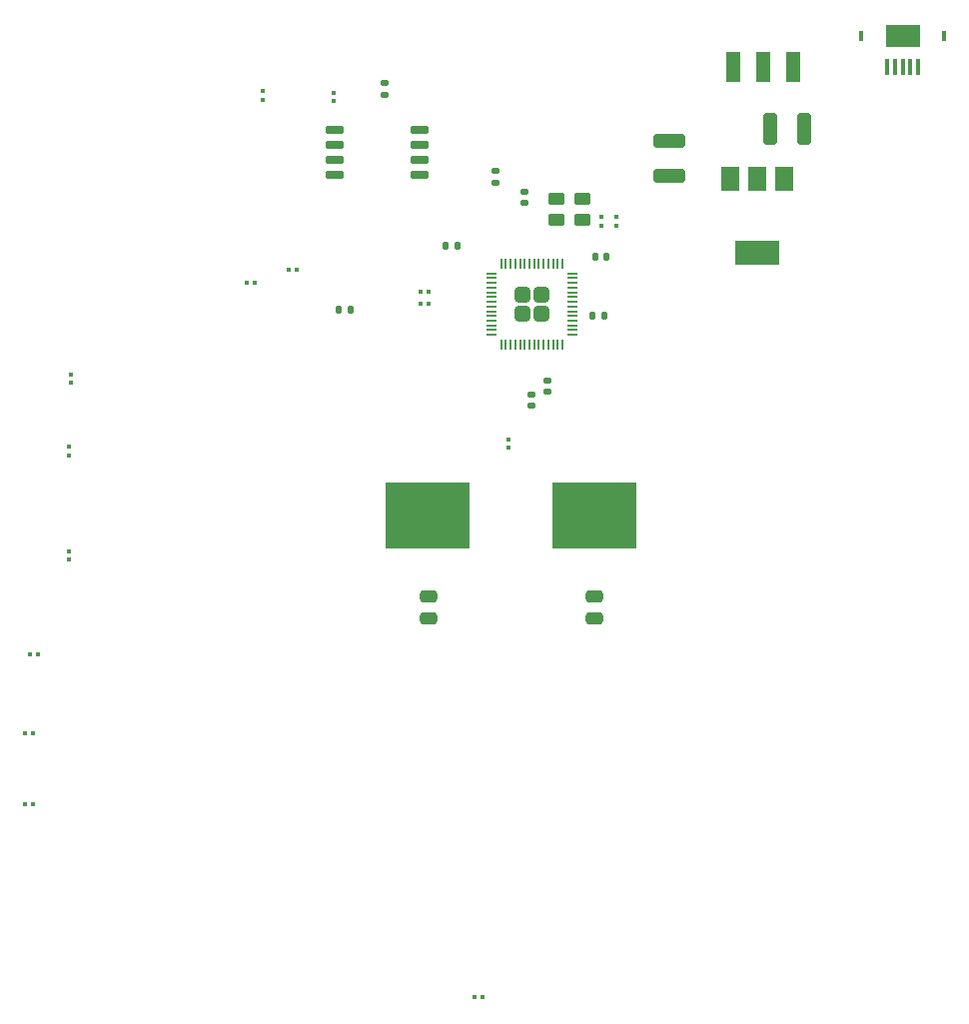
<source format=gbr>
%TF.GenerationSoftware,KiCad,Pcbnew,(6.0.7-1)-1*%
%TF.CreationDate,2022-10-11T16:14:11-05:00*%
%TF.ProjectId,Refill_Dispensary,52656669-6c6c-45f4-9469-7370656e7361,rev?*%
%TF.SameCoordinates,Original*%
%TF.FileFunction,Paste,Top*%
%TF.FilePolarity,Positive*%
%FSLAX46Y46*%
G04 Gerber Fmt 4.6, Leading zero omitted, Abs format (unit mm)*
G04 Created by KiCad (PCBNEW (6.0.7-1)-1) date 2022-10-11 16:14:11*
%MOMM*%
%LPD*%
G01*
G04 APERTURE LIST*
G04 Aperture macros list*
%AMRoundRect*
0 Rectangle with rounded corners*
0 $1 Rounding radius*
0 $2 $3 $4 $5 $6 $7 $8 $9 X,Y pos of 4 corners*
0 Add a 4 corners polygon primitive as box body*
4,1,4,$2,$3,$4,$5,$6,$7,$8,$9,$2,$3,0*
0 Add four circle primitives for the rounded corners*
1,1,$1+$1,$2,$3*
1,1,$1+$1,$4,$5*
1,1,$1+$1,$6,$7*
1,1,$1+$1,$8,$9*
0 Add four rect primitives between the rounded corners*
20,1,$1+$1,$2,$3,$4,$5,0*
20,1,$1+$1,$4,$5,$6,$7,0*
20,1,$1+$1,$6,$7,$8,$9,0*
20,1,$1+$1,$8,$9,$2,$3,0*%
G04 Aperture macros list end*
%ADD10R,7.175000X5.600000*%
%ADD11RoundRect,0.140000X-0.170000X0.140000X-0.170000X-0.140000X0.170000X-0.140000X0.170000X0.140000X0*%
%ADD12RoundRect,0.079500X0.079500X0.100500X-0.079500X0.100500X-0.079500X-0.100500X0.079500X-0.100500X0*%
%ADD13RoundRect,0.079500X-0.079500X-0.100500X0.079500X-0.100500X0.079500X0.100500X-0.079500X0.100500X0*%
%ADD14RoundRect,0.079500X-0.100500X0.079500X-0.100500X-0.079500X0.100500X-0.079500X0.100500X0.079500X0*%
%ADD15RoundRect,0.140000X-0.140000X-0.170000X0.140000X-0.170000X0.140000X0.170000X-0.140000X0.170000X0*%
%ADD16R,1.500000X2.000000*%
%ADD17R,3.800000X2.000000*%
%ADD18RoundRect,0.250000X0.475000X-0.250000X0.475000X0.250000X-0.475000X0.250000X-0.475000X-0.250000X0*%
%ADD19RoundRect,0.140000X0.170000X-0.140000X0.170000X0.140000X-0.170000X0.140000X-0.170000X-0.140000X0*%
%ADD20R,0.300000X0.850000*%
%ADD21R,0.400000X1.350000*%
%ADD22R,2.900000X1.900000*%
%ADD23RoundRect,0.079500X0.100500X-0.079500X0.100500X0.079500X-0.100500X0.079500X-0.100500X-0.079500X0*%
%ADD24RoundRect,0.249999X-0.395001X-0.395001X0.395001X-0.395001X0.395001X0.395001X-0.395001X0.395001X0*%
%ADD25RoundRect,0.050000X-0.387500X-0.050000X0.387500X-0.050000X0.387500X0.050000X-0.387500X0.050000X0*%
%ADD26RoundRect,0.050000X-0.050000X-0.387500X0.050000X-0.387500X0.050000X0.387500X-0.050000X0.387500X0*%
%ADD27RoundRect,0.250000X-0.450000X0.262500X-0.450000X-0.262500X0.450000X-0.262500X0.450000X0.262500X0*%
%ADD28R,1.250000X2.500000*%
%ADD29RoundRect,0.140000X0.140000X0.170000X-0.140000X0.170000X-0.140000X-0.170000X0.140000X-0.170000X0*%
%ADD30RoundRect,0.250000X-0.325000X-1.100000X0.325000X-1.100000X0.325000X1.100000X-0.325000X1.100000X0*%
%ADD31RoundRect,0.150000X-0.650000X-0.150000X0.650000X-0.150000X0.650000X0.150000X-0.650000X0.150000X0*%
%ADD32RoundRect,0.250000X-1.100000X0.325000X-1.100000X-0.325000X1.100000X-0.325000X1.100000X0.325000X0*%
G04 APERTURE END LIST*
D10*
%TO.C,Y1*%
X107647000Y-127381000D03*
X93472000Y-127381000D03*
%TD*%
D11*
%TO.C,C16*%
X101660000Y-100000000D03*
X101660000Y-100960000D03*
%TD*%
D12*
%TO.C,C14*%
X97465000Y-168270000D03*
X98155000Y-168270000D03*
%TD*%
D13*
%TO.C,R10*%
X93563000Y-108458000D03*
X92873000Y-108458000D03*
%TD*%
%TO.C,R13*%
X92873000Y-109474000D03*
X93563000Y-109474000D03*
%TD*%
D12*
%TO.C,R14*%
X81675000Y-106560000D03*
X82365000Y-106560000D03*
%TD*%
%TO.C,R16*%
X78125000Y-107710000D03*
X78815000Y-107710000D03*
%TD*%
D14*
%TO.C,R7*%
X79502000Y-92166000D03*
X79502000Y-91476000D03*
%TD*%
D15*
%TO.C,C15*%
X85950000Y-110020000D03*
X86910000Y-110020000D03*
%TD*%
D14*
%TO.C,R8*%
X85471000Y-91603000D03*
X85471000Y-92293000D03*
%TD*%
D12*
%TO.C,R1*%
X59747000Y-139175000D03*
X60437000Y-139175000D03*
%TD*%
D16*
%TO.C,U2*%
X123712000Y-98865500D03*
X121412000Y-98865500D03*
D17*
X121412000Y-105165500D03*
D16*
X119112000Y-98865500D03*
%TD*%
D12*
%TO.C,R2*%
X60037000Y-145868500D03*
X59347000Y-145868500D03*
%TD*%
%TO.C,R3*%
X60037000Y-151896000D03*
X59347000Y-151896000D03*
%TD*%
D18*
%TO.C,C6*%
X107647000Y-136139000D03*
X107647000Y-134239000D03*
%TD*%
D19*
%TO.C,C4*%
X89830000Y-91760000D03*
X89830000Y-90800000D03*
%TD*%
D18*
%TO.C,C5*%
X93550000Y-136139000D03*
X93550000Y-134239000D03*
%TD*%
D20*
%TO.C,J1*%
X137231000Y-86750500D03*
X130231000Y-86750500D03*
D21*
X132431000Y-89425500D03*
X133081000Y-89425500D03*
X133731000Y-89425500D03*
X134381000Y-89425500D03*
X135031000Y-89425500D03*
D22*
X133731000Y-86750500D03*
%TD*%
D23*
%TO.C,R11*%
X100330000Y-121666000D03*
X100330000Y-120976000D03*
%TD*%
D24*
%TO.C,U1*%
X101509500Y-110310000D03*
X103109500Y-108710000D03*
X101509500Y-108710000D03*
X103109500Y-110310000D03*
D25*
X98872000Y-106910000D03*
X98872000Y-107310000D03*
X98872000Y-107710000D03*
X98872000Y-108110000D03*
X98872000Y-108510000D03*
X98872000Y-108910000D03*
X98872000Y-109310000D03*
X98872000Y-109710000D03*
X98872000Y-110110000D03*
X98872000Y-110510000D03*
X98872000Y-110910000D03*
X98872000Y-111310000D03*
X98872000Y-111710000D03*
X98872000Y-112110000D03*
D26*
X99709500Y-112947500D03*
X100109500Y-112947500D03*
X100509500Y-112947500D03*
X100909500Y-112947500D03*
X101309500Y-112947500D03*
X101709500Y-112947500D03*
X102109500Y-112947500D03*
X102509500Y-112947500D03*
X102909500Y-112947500D03*
X103309500Y-112947500D03*
X103709500Y-112947500D03*
X104109500Y-112947500D03*
X104509500Y-112947500D03*
X104909500Y-112947500D03*
D25*
X105747000Y-112110000D03*
X105747000Y-111710000D03*
X105747000Y-111310000D03*
X105747000Y-110910000D03*
X105747000Y-110510000D03*
X105747000Y-110110000D03*
X105747000Y-109710000D03*
X105747000Y-109310000D03*
X105747000Y-108910000D03*
X105747000Y-108510000D03*
X105747000Y-108110000D03*
X105747000Y-107710000D03*
X105747000Y-107310000D03*
X105747000Y-106910000D03*
D26*
X104909500Y-106072500D03*
X104509500Y-106072500D03*
X104109500Y-106072500D03*
X103709500Y-106072500D03*
X103309500Y-106072500D03*
X102909500Y-106072500D03*
X102509500Y-106072500D03*
X102109500Y-106072500D03*
X101709500Y-106072500D03*
X101309500Y-106072500D03*
X100909500Y-106072500D03*
X100509500Y-106072500D03*
X100109500Y-106072500D03*
X99709500Y-106072500D03*
%TD*%
D27*
%TO.C,R9*%
X104394000Y-100560500D03*
X104394000Y-102385500D03*
%TD*%
D23*
%TO.C,C8*%
X108204000Y-102144000D03*
X108204000Y-102834000D03*
%TD*%
D28*
%TO.C,SW4*%
X124420000Y-89373500D03*
X121920000Y-89373500D03*
X119420000Y-89373500D03*
%TD*%
D19*
%TO.C,C11*%
X102270000Y-118120000D03*
X102270000Y-117160000D03*
%TD*%
D29*
%TO.C,C10*%
X108430000Y-110490000D03*
X107470000Y-110490000D03*
%TD*%
D23*
%TO.C,C12*%
X109474000Y-102834000D03*
X109474000Y-102144000D03*
%TD*%
D14*
%TO.C,R4*%
X63207500Y-116169000D03*
X63207500Y-115479000D03*
%TD*%
D15*
%TO.C,C13*%
X95010000Y-104560000D03*
X95970000Y-104560000D03*
%TD*%
D23*
%TO.C,R6*%
X63037500Y-130485000D03*
X63037500Y-131175000D03*
%TD*%
D30*
%TO.C,C2*%
X122477000Y-94649500D03*
X125427000Y-94649500D03*
%TD*%
D31*
%TO.C,U3*%
X85554000Y-94742000D03*
X85554000Y-96012000D03*
X85554000Y-97282000D03*
X85554000Y-98552000D03*
X92754000Y-98552000D03*
X92754000Y-97282000D03*
X92754000Y-96012000D03*
X92754000Y-94742000D03*
%TD*%
D27*
%TO.C,R15*%
X106553000Y-100560500D03*
X106553000Y-102385500D03*
%TD*%
D29*
%TO.C,C9*%
X108660000Y-105500000D03*
X107700000Y-105500000D03*
%TD*%
D23*
%TO.C,R5*%
X63067500Y-122305000D03*
X63067500Y-121615000D03*
%TD*%
D11*
%TO.C,C1*%
X99230000Y-98241500D03*
X99230000Y-99201500D03*
%TD*%
D19*
%TO.C,C7*%
X103632000Y-116939000D03*
X103632000Y-115979000D03*
%TD*%
D32*
%TO.C,C3*%
X113920000Y-95700000D03*
X113920000Y-98650000D03*
%TD*%
M02*

</source>
